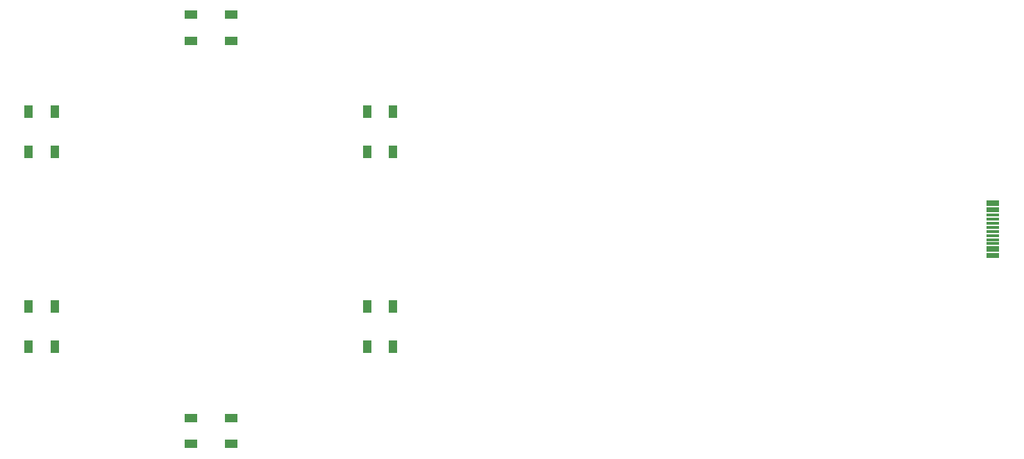
<source format=gtp>
G04 #@! TF.GenerationSoftware,KiCad,Pcbnew,7.0.1*
G04 #@! TF.CreationDate,2023-04-28T03:37:42-07:00*
G04 #@! TF.ProjectId,jam-pad,6a616d2d-7061-4642-9e6b-696361645f70,rev?*
G04 #@! TF.SameCoordinates,Original*
G04 #@! TF.FileFunction,Paste,Top*
G04 #@! TF.FilePolarity,Positive*
%FSLAX46Y46*%
G04 Gerber Fmt 4.6, Leading zero omitted, Abs format (unit mm)*
G04 Created by KiCad (PCBNEW 7.0.1) date 2023-04-28 03:37:42*
%MOMM*%
%LPD*%
G01*
G04 APERTURE LIST*
%ADD10R,1.600000X0.300000*%
%ADD11R,1.500000X1.000000*%
%ADD12R,1.000000X1.500000*%
G04 APERTURE END LIST*
D10*
G04 #@! TO.C,J1*
X155721875Y-57325000D03*
X155721875Y-56525000D03*
X155721875Y-55225000D03*
X155721875Y-54225000D03*
X155721875Y-53725000D03*
X155721875Y-52725000D03*
X155721875Y-51425000D03*
X155721875Y-50625000D03*
X155721875Y-50925000D03*
X155721875Y-51725000D03*
X155721875Y-52225000D03*
X155721875Y-53225000D03*
X155721875Y-54725000D03*
X155721875Y-55725000D03*
X155721875Y-56225000D03*
X155721875Y-57025000D03*
G04 #@! TD*
D11*
G04 #@! TO.C,D16*
X62775000Y-30968750D03*
X62775000Y-27768750D03*
X57875000Y-27768750D03*
X57875000Y-30968750D03*
G04 #@! TD*
D12*
G04 #@! TO.C,D17*
X41287500Y-39618750D03*
X38087500Y-39618750D03*
X38087500Y-44518750D03*
X41287500Y-44518750D03*
G04 #@! TD*
G04 #@! TO.C,D12*
X41287500Y-63431250D03*
X38087500Y-63431250D03*
X38087500Y-68331250D03*
X41287500Y-68331250D03*
G04 #@! TD*
G04 #@! TO.C,D10*
X79362500Y-68331250D03*
X82562500Y-68331250D03*
X82562500Y-63431250D03*
X79362500Y-63431250D03*
G04 #@! TD*
G04 #@! TO.C,D15*
X79362500Y-44518750D03*
X82562500Y-44518750D03*
X82562500Y-39618750D03*
X79362500Y-39618750D03*
G04 #@! TD*
D11*
G04 #@! TO.C,D11*
X57875000Y-76981250D03*
X57875000Y-80181250D03*
X62775000Y-80181250D03*
X62775000Y-76981250D03*
G04 #@! TD*
M02*

</source>
